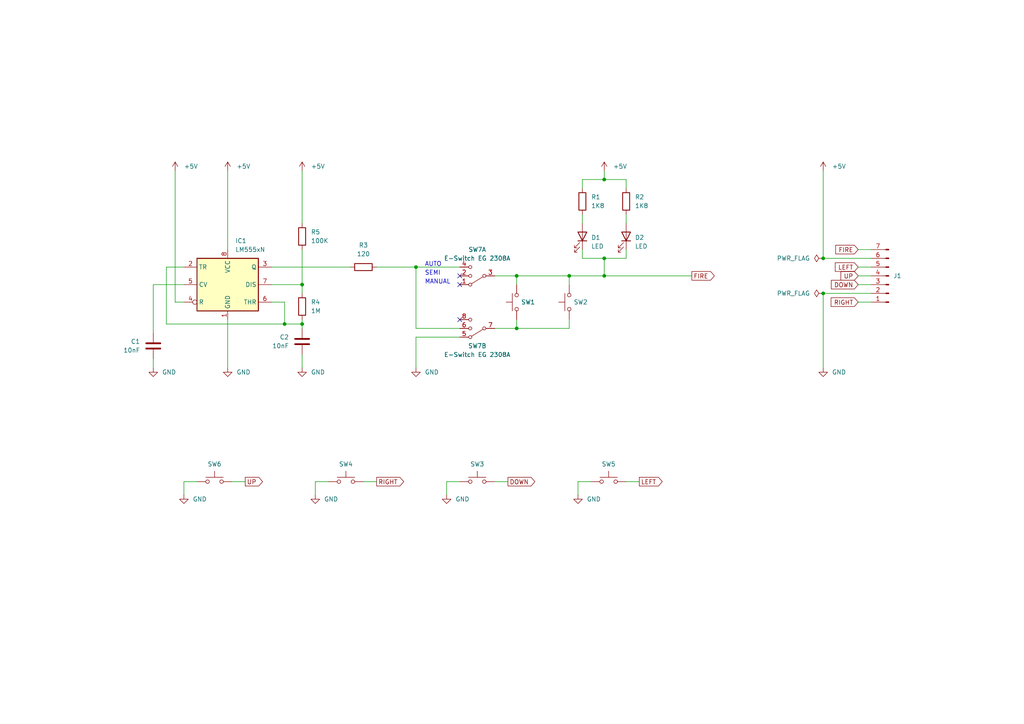
<source format=kicad_sch>
(kicad_sch (version 20230121) (generator eeschema)
  (paper "A4")
  (title_block (title "Competition Pro Star Mini PCB") (date "2023-08-19") (rev "v001") (comment 1 "reverse-engineered in 2023") (comment 2 "creativecommons.org/licenses/by/4.0/") (comment 3 "License: CC BY 4.0") (comment 4 "Author: InsaneDruid"))
  (lib_symbols
    (symbol "Connector:Conn_01x07_Pin" (pin_names (offset 1.016) hide)
      (property "Reference" "J" (at 0 10.16 0))
      (property "Value" "Conn_01x07_Pin" (at 0 -10.16 0))
      (symbol "Conn_01x07_Pin_1_1"
        (polyline (pts (xy 1.27 -7.62) (xy 0.8636 -7.62)) (stroke (width 0.1524)))
        (polyline (pts (xy 1.27 -5.08) (xy 0.8636 -5.08)) (stroke (width 0.1524)))
        (polyline (pts (xy 1.27 -2.54) (xy 0.8636 -2.54)) (stroke (width 0.1524)))
        (polyline (pts (xy 1.27 0) (xy 0.8636 0)) (stroke (width 0.1524)))
        (polyline (pts (xy 1.27 2.54) (xy 0.8636 2.54)) (stroke (width 0.1524)))
        (polyline (pts (xy 1.27 5.08) (xy 0.8636 5.08)) (stroke (width 0.1524)))
        (polyline (pts (xy 1.27 7.62) (xy 0.8636 7.62)) (stroke (width 0.1524)))
        (rectangle (start 0.8636 -7.493) (end 0 -7.747) (stroke (width 0.1524)) (fill (type outline)))
        (rectangle (start 0.8636 -4.953) (end 0 -5.207) (stroke (width 0.1524)) (fill (type outline)))
        (rectangle (start 0.8636 -2.413) (end 0 -2.667) (stroke (width 0.1524)) (fill (type outline)))
        (rectangle (start 0.8636 0.127) (end 0 -0.127) (stroke (width 0.1524)) (fill (type outline)))
        (rectangle (start 0.8636 2.667) (end 0 2.413) (stroke (width 0.1524)) (fill (type outline)))
        (rectangle (start 0.8636 5.207) (end 0 4.953) (stroke (width 0.1524)) (fill (type outline)))
        (rectangle (start 0.8636 7.747) (end 0 7.493) (stroke (width 0.1524)) (fill (type outline)))
        (pin passive line (at 5.08 7.62 180) (length 3.81) (name "Pin_1") (number "1"))
        (pin passive line (at 5.08 5.08 180) (length 3.81) (name "Pin_2") (number "2"))
        (pin passive line (at 5.08 2.54 180) (length 3.81) (name "Pin_3") (number "3"))
        (pin passive line (at 5.08 0 180) (length 3.81) (name "Pin_4") (number "4"))
        (pin passive line (at 5.08 -2.54 180) (length 3.81) (name "Pin_5") (number "5"))
        (pin passive line (at 5.08 -5.08 180) (length 3.81) (name "Pin_6") (number "6"))
        (pin passive line (at 5.08 -7.62 180) (length 3.81) (name "Pin_7") (number "7"))
      )
    )
    (symbol "Device:C" (pin_numbers hide) (pin_names (offset 0.254))
      (property "Reference" "C" (at 0.635 2.54 0))
      (property "Value" "C" (at 0.635 -2.54 0))
      (symbol "C_0_1"
        (polyline (pts (xy -2.032 -0.762) (xy 2.032 -0.762)) (stroke (width 0.508)))
        (polyline (pts (xy -2.032 0.762) (xy 2.032 0.762)) (stroke (width 0.508)))
      )
      (symbol "C_1_1"
        (pin passive line (at 0 3.81 270) (length 2.794) (name "~") (number "1"))
        (pin passive line (at 0 -3.81 90) (length 2.794) (name "~") (number "2"))
      )
    )
    (symbol "Device:LED" (pin_numbers hide) (pin_names (offset 1.016) hide)
      (property "Reference" "D" (at 0 2.54 0))
      (property "Value" "LED" (at 0 -2.54 0))
      (symbol "LED_0_1"
        (polyline (pts (xy -1.27 -1.27) (xy -1.27 1.27)) (stroke (width 0.254)))
        (polyline (pts (xy -1.27 0) (xy 1.27 0)))
        (polyline (pts (xy 1.27 -1.27) (xy 1.27 1.27) (xy -1.27 0) (xy 1.27 -1.27)) (stroke (width 0.254)))
        (polyline (pts (xy -3.048 -0.762) (xy -4.572 -2.286) (xy -3.81 -2.286) (xy -4.572 -2.286) (xy -4.572 -1.524)))
        (polyline (pts (xy -1.778 -0.762) (xy -3.302 -2.286) (xy -2.54 -2.286) (xy -3.302 -2.286) (xy -3.302 -1.524)))
      )
      (symbol "LED_1_1"
        (pin passive line (at -3.81 0 0) (length 2.54) (name "K") (number "1"))
        (pin passive line (at 3.81 0 180) (length 2.54) (name "A") (number "2"))
      )
    )
    (symbol "Device:R" (pin_numbers hide) (pin_names (offset 0))
      (property "Reference" "R" (at 2.032 0 90))
      (property "Value" "R" (at 0 0 90))
      (symbol "R_0_1"
        (rectangle (start -1.016 -2.54) (end 1.016 2.54) (stroke (width 0.254)))
      )
      (symbol "R_1_1"
        (pin passive line (at 0 3.81 270) (length 1.27) (name "~") (number "1"))
        (pin passive line (at 0 -3.81 90) (length 1.27) (name "~") (number "2"))
      )
    )
    (symbol "Switch:SW_DP3T" (pin_names (offset 0) hide)
      (property "Reference" "SW" (at 0 5.08 0))
      (property "Value" "SW_DP3T" (at 0 -5.08 0))
      (symbol "SW_DP3T_0_1"
        (circle (center -2.032 0) (radius 0.4572))
        (polyline (pts (xy -1.651 0.254) (xy 1.651 2.286)))
        (circle (center 2.032 -2.54) (radius 0.4572))
        (circle (center 2.032 0) (radius 0.4572))
        (circle (center 2.032 2.54) (radius 0.4572))
      )
      (symbol "SW_DP3T_1_1"
        (pin passive line (at 5.08 2.54 180) (length 2.54) (name "1") (number "1"))
        (pin passive line (at 5.08 0 180) (length 2.54) (name "2") (number "2"))
        (pin passive line (at -5.08 0 0) (length 2.54) (name "3") (number "3"))
        (pin passive line (at 5.08 -2.54 180) (length 2.54) (name "4") (number "4"))
      )
      (symbol "SW_DP3T_2_1"
        (pin passive line (at 5.08 2.54 180) (length 2.54) (name "5") (number "5"))
        (pin passive line (at 5.08 0 180) (length 2.54) (name "6") (number "6"))
        (pin passive line (at -5.08 0 0) (length 2.54) (name "7") (number "7"))
        (pin passive line (at 5.08 -2.54 180) (length 2.54) (name "8") (number "8"))
      )
    )
    (symbol "Switch:SW_Push" (pin_numbers hide) (pin_names (offset 1.016) hide)
      (property "Reference" "SW" (at 1.27 2.54 0))
      (property "Value" "SW_Push" (at 0 -1.524 0))
      (symbol "SW_Push_0_1"
        (circle (center -2.032 0) (radius 0.508))
        (polyline (pts (xy 0 1.27) (xy 0 3.048)))
        (polyline (pts (xy 2.54 1.27) (xy -2.54 1.27)))
        (circle (center 2.032 0) (radius 0.508))
        (pin passive line (at -5.08 0 0) (length 2.54) (name "1") (number "1"))
        (pin passive line (at 5.08 0 180) (length 2.54) (name "2") (number "2"))
      )
    )
    (symbol "Timer:LM555xN"
      (property "Reference" "U" (at -10.16 8.89 0))
      (property "Value" "LM555xN" (at 2.54 8.89 0))
      (symbol "LM555xN_0_0"
        (pin power_in line (at 0 -10.16 90) (length 2.54) (name "GND") (number "1"))
        (pin power_in line (at 0 10.16 270) (length 2.54) (name "VCC") (number "8"))
      )
      (symbol "LM555xN_0_1"
        (rectangle (start -8.89 -7.62) (end 8.89 7.62) (stroke (width 0.254)) (fill (type background)))
        (rectangle (start -8.89 -7.62) (end 8.89 7.62) (stroke (width 0.254)) (fill (type background)))
      )
      (symbol "LM555xN_1_1"
        (pin input line (at -12.7 5.08 0) (length 3.81) (name "TR") (number "2"))
        (pin output line (at 12.7 5.08 180) (length 3.81) (name "Q") (number "3"))
        (pin input inverted (at -12.7 -5.08 0) (length 3.81) (name "R") (number "4"))
        (pin input line (at -12.7 0 0) (length 3.81) (name "CV") (number "5"))
        (pin input line (at 12.7 -5.08 180) (length 3.81) (name "THR") (number "6"))
        (pin input line (at 12.7 0 180) (length 3.81) (name "DIS") (number "7"))
      )
    )
    (symbol "power:+5V" (power) (pin_names (offset 0))
      (property "Value" "+5V" (at 0 3.556 0))
      (symbol "+5V_0_1"
        (polyline (pts (xy -0.762 1.27) (xy 0 2.54)))
        (polyline (pts (xy 0 0) (xy 0 2.54)))
        (polyline (pts (xy 0 2.54) (xy 0.762 1.27)))
      )
      (symbol "+5V_1_1"
        (pin power_in line (at 0 0 90) (length 0) hide (name "+5V") (number "1"))
      )
    )
    (symbol "power:GND" (power) (pin_names (offset 0))
      (property "Value" "GND" (at 0 -3.81 0))
      (symbol "GND_0_1"
        (polyline (pts (xy 0 0) (xy 0 -1.27) (xy 1.27 -1.27) (xy 0 -2.54) (xy -1.27 -1.27) (xy 0 -1.27)))
      )
      (symbol "GND_1_1"
        (pin power_in line (at 0 0 270) (length 0) hide (name "GND") (number "1"))
      )
    )
    (symbol "power:PWR_FLAG" (power) (pin_numbers hide) (pin_names (offset 0) hide)
      (property "Value" "PWR_FLAG" (at 0 3.81 0))
      (symbol "PWR_FLAG_0_0"
        (pin power_out line (at 0 0 90) (length 0) (name "pwr") (number "1"))
      )
      (symbol "PWR_FLAG_0_1"
        (polyline (pts (xy 0 0) (xy 0 1.27) (xy -1.016 1.905) (xy 0 2.54) (xy 1.016 1.905) (xy 0 1.27)))
      )
    )
  )
  (junction (at 87.63 93.98))
  (junction (at 175.26 52.07))
  (junction (at 238.76 74.93))
  (junction (at 82.55 93.98))
  (junction (at 175.26 74.93))
  (junction (at 149.86 95.25))
  (junction (at 238.76 85.09))
  (junction (at 120.65 77.47))
  (junction (at 175.26 80.01))
  (junction (at 87.63 82.55))
  (junction (at 165.1 80.01))
  (junction (at 149.86 80.01))
  (no_connect (at 133.35 92.71))
  (no_connect (at 133.35 80.01))
  (no_connect (at 133.35 82.55))
  (wire (pts (xy 165.1 95.25) (xy 149.86 95.25)))
  (wire (pts (xy 248.92 82.55) (xy 252.73 82.55)))
  (wire (pts (xy 185.42 139.7) (xy 181.61 139.7)))
  (wire (pts (xy 181.61 74.93) (xy 175.26 74.93)))
  (wire (pts (xy 78.74 87.63) (xy 82.55 87.63)))
  (wire (pts (xy 175.26 80.01) (xy 200.66 80.01)))
  (wire (pts (xy 129.54 139.7) (xy 133.35 139.7)))
  (wire (pts (xy 181.61 72.39) (xy 181.61 74.93)))
  (wire (pts (xy 44.45 104.14) (xy 44.45 106.68)))
  (wire (pts (xy 238.76 49.53) (xy 238.76 74.93)))
  (wire (pts (xy 168.91 72.39) (xy 168.91 74.93)))
  (wire (pts (xy 78.74 82.55) (xy 87.63 82.55)))
  (wire (pts (xy 120.65 97.79) (xy 120.65 106.68)))
  (wire (pts (xy 167.64 139.7) (xy 167.64 143.51)))
  (wire (pts (xy 71.12 139.7) (xy 67.31 139.7)))
  (wire (pts (xy 175.26 49.53) (xy 175.26 52.07)))
  (wire (pts (xy 168.91 62.23) (xy 168.91 64.77)))
  (wire (pts (xy 248.92 80.01) (xy 252.73 80.01)))
  (wire (pts (xy 120.65 95.25) (xy 133.35 95.25)))
  (wire (pts (xy 175.26 80.01) (xy 175.26 74.93)))
  (wire (pts (xy 66.04 49.53) (xy 66.04 72.39)))
  (wire (pts (xy 248.92 87.63) (xy 252.73 87.63)))
  (wire (pts (xy 181.61 52.07) (xy 175.26 52.07)))
  (wire (pts (xy 87.63 92.71) (xy 87.63 93.98)))
  (wire (pts (xy 248.92 77.47) (xy 252.73 77.47)))
  (wire (pts (xy 175.26 74.93) (xy 168.91 74.93)))
  (wire (pts (xy 181.61 62.23) (xy 181.61 64.77)))
  (wire (pts (xy 181.61 52.07) (xy 181.61 54.61)))
  (wire (pts (xy 87.63 72.39) (xy 87.63 82.55)))
  (wire (pts (xy 168.91 52.07) (xy 168.91 54.61)))
  (wire (pts (xy 149.86 80.01) (xy 143.51 80.01)))
  (wire (pts (xy 50.8 49.53) (xy 50.8 87.63)))
  (wire (pts (xy 175.26 52.07) (xy 168.91 52.07)))
  (wire (pts (xy 91.44 139.7) (xy 95.25 139.7)))
  (wire (pts (xy 147.32 139.7) (xy 143.51 139.7)))
  (wire (pts (xy 44.45 82.55) (xy 53.34 82.55)))
  (wire (pts (xy 238.76 106.68) (xy 238.76 85.09)))
  (wire (pts (xy 101.6 77.47) (xy 78.74 77.47)))
  (wire (pts (xy 87.63 49.53) (xy 87.63 64.77)))
  (wire (pts (xy 167.64 139.7) (xy 171.45 139.7)))
  (wire (pts (xy 66.04 92.71) (xy 66.04 106.68)))
  (wire (pts (xy 53.34 139.7) (xy 53.34 143.51)))
  (wire (pts (xy 238.76 85.09) (xy 252.73 85.09)))
  (wire (pts (xy 48.26 77.47) (xy 53.34 77.47)))
  (wire (pts (xy 165.1 92.71) (xy 165.1 95.25)))
  (wire (pts (xy 109.22 139.7) (xy 105.41 139.7)))
  (wire (pts (xy 109.22 77.47) (xy 120.65 77.47)))
  (wire (pts (xy 129.54 139.7) (xy 129.54 143.51)))
  (wire (pts (xy 48.26 77.47) (xy 48.26 93.98)))
  (wire (pts (xy 87.63 93.98) (xy 87.63 95.25)))
  (wire (pts (xy 82.55 87.63) (xy 82.55 93.98)))
  (wire (pts (xy 165.1 80.01) (xy 165.1 82.55)))
  (wire (pts (xy 238.76 74.93) (xy 252.73 74.93)))
  (wire (pts (xy 82.55 93.98) (xy 87.63 93.98)))
  (wire (pts (xy 149.86 92.71) (xy 149.86 95.25)))
  (wire (pts (xy 50.8 87.63) (xy 53.34 87.63)))
  (wire (pts (xy 53.34 139.7) (xy 57.15 139.7)))
  (wire (pts (xy 120.65 77.47) (xy 133.35 77.47)))
  (wire (pts (xy 165.1 80.01) (xy 149.86 80.01)))
  (wire (pts (xy 87.63 82.55) (xy 87.63 85.09)))
  (wire (pts (xy 120.65 97.79) (xy 133.35 97.79)))
  (wire (pts (xy 120.65 77.47) (xy 120.65 95.25)))
  (wire (pts (xy 165.1 80.01) (xy 175.26 80.01)))
  (wire (pts (xy 91.44 139.7) (xy 91.44 143.51)))
  (wire (pts (xy 44.45 82.55) (xy 44.45 96.52)))
  (wire (pts (xy 87.63 106.68) (xy 87.63 102.87)))
  (wire (pts (xy 248.92 72.39) (xy 252.73 72.39)))
  (wire (pts (xy 48.26 93.98) (xy 82.55 93.98)))
  (wire (pts (xy 149.86 95.25) (xy 143.51 95.25)))
  (wire (pts (xy 149.86 80.01) (xy 149.86 82.55)))
  (text "AUTO" (at 123.19 77.47 0) (effects (font (size 1.27 1.27)) (justify left bottom)))
  (text "SEMI" (at 123.19 80.01 0) (effects (font (size 1.27 1.27)) (justify left bottom)))
  (text "MANUAL\n" (at 123.19 82.55 0) (effects (font (size 1.27 1.27)) (justify left bottom)))
  (global_label "UP" (shape output) (at 71.12 139.7 0) (property "Intersheetrefs" "${INTERSHEET_REFS}" (effects hide)))
  (global_label "RIGHT" (shape input) (at 248.92 87.63 180) (property "Intersheetrefs" "${INTERSHEET_REFS}" (effects hide)))
  (global_label "LEFT" (shape output) (at 185.42 139.7 0) (property "Intersheetrefs" "${INTERSHEET_REFS}" (effects hide)))
  (global_label "DOWN" (shape input) (at 248.92 82.55 180) (property "Intersheetrefs" "${INTERSHEET_REFS}" (effects hide)))
  (global_label "LEFT" (shape input) (at 248.92 77.47 180) (property "Intersheetrefs" "${INTERSHEET_REFS}" (effects hide)))
  (global_label "DOWN" (shape output) (at 147.32 139.7 0) (property "Intersheetrefs" "${INTERSHEET_REFS}" (effects hide)))
  (global_label "FIRE" (shape input) (at 248.92 72.39 180) (property "Intersheetrefs" "${INTERSHEET_REFS}" (effects hide)))
  (global_label "RIGHT" (shape output) (at 109.22 139.7 0) (property "Intersheetrefs" "${INTERSHEET_REFS}" (effects hide)))
  (global_label "FIRE" (shape output) (at 200.66 80.01 0) (property "Intersheetrefs" "${INTERSHEET_REFS}" (effects hide)))
  (global_label "UP" (shape input) (at 248.92 80.01 180) (property "Intersheetrefs" "${INTERSHEET_REFS}" (effects hide)))
  (symbol (lib_id "power:+5V") (at 87.63 49.53 0) (mirror y) (unit 1)
    (property "Reference" "#PWR011" (effects hide))
    (property "Value" "+5V" (at 90.17 48.26 0) (effects (justify right)))
  )
  (symbol (lib_id "Device:C") (at 87.63 99.06 0) (mirror x) (unit 1)
    (property "Reference" "C2" (at 83.82 97.79 0) (effects (justify right)))
    (property "Value" "10nF" (at 83.82 100.33 0) (effects (justify right)))
    (property "Footprint" "Capacitor_THT:C_Rect_L4.0mm_W2.5mm_P2.50mm" (effects hide))
  )
  (symbol (lib_id "Connector:Conn_01x07_Pin") (at 257.81 80.01 180) (unit 1) (in_bom no)
    (property "Reference" "J1" (at 259.08 80.01 0) (effects (justify right)))
    (property "Value" "Conn_01x06_Pin" (effects hide))
    (property "Footprint" "competitionProStarMini_lib_fp:PinHeader_1x07_P2.54mm_Vertical" (effects hide))
  )
  (symbol (lib_id "power:GND") (at 53.34 143.51 0) (mirror y) (unit 1)
    (property "Reference" "#PWR07" (effects hide))
    (property "Value" "GND" (at 55.88 144.78 0) (effects (justify right)))
  )
  (symbol (lib_id "power:GND") (at 238.76 106.68 0) (mirror y) (unit 1)
    (property "Reference" "#PWR01" (effects hide))
    (property "Value" "GND" (at 241.3 107.95 0) (effects (justify right)))
  )
  (symbol (lib_id "power:GND") (at 91.44 143.51 0) (mirror y) (unit 1)
    (property "Reference" "#PWR05" (effects hide))
    (property "Value" "GND" (at 93.98 144.78 0) (effects (justify right)))
  )
  (symbol (lib_id "power:+5V") (at 175.26 49.53 0) (unit 1)
    (property "Reference" "#PWR013" (effects hide))
    (property "Value" "+5V" (at 177.8 48.26 0) (effects (justify left)))
  )
  (symbol (lib_id "Switch:SW_Push") (at 100.33 139.7 0) (unit 1)
    (property "Reference" "SW4" (at 100.33 134.62 0))
    (property "Value" "Saia-Burgess_F4T7-UL" (effects hide))
    (property "Footprint" "competitionProStarMini_lib_fp:Saia-Burgess_F4T7-UL_lying" (effects hide))
  )
  (symbol (lib_id "power:GND") (at 120.65 106.68 0) (mirror y) (unit 1)
    (property "Reference" "#PWR03" (effects hide))
    (property "Value" "GND" (at 123.19 107.95 0) (effects (justify right)))
  )
  (symbol (lib_id "Device:R") (at 87.63 88.9 0) (unit 1)
    (property "Reference" "R4" (at 90.17 87.63 0) (effects (justify left)))
    (property "Value" "1M" (at 90.17 90.17 0) (effects (justify left)))
    (property "Footprint" "Resistor_THT:R_Axial_DIN0207_L6.3mm_D2.5mm_P10.16mm_Horizontal" (effects hide))
  )
  (symbol (lib_id "Switch:SW_DP3T") (at 138.43 80.01 180) (unit 1)
    (property "Reference" "SW7" (at 138.43 72.39 0))
    (property "Value" "E-Switch EG 2308A" (at 138.43 74.93 0))
    (property "Footprint" "competitionProStarMini_lib_fp:EG2308" (effects hide))
  )
  (symbol (lib_id "power:+5V") (at 66.04 49.53 0) (unit 1)
    (property "Reference" "#PWR08" (effects hide))
    (property "Value" "+5V" (at 68.58 48.26 0) (effects (justify left)))
  )
  (symbol (lib_id "Device:LED") (at 181.61 68.58 270) (mirror x) (unit 1)
    (property "Reference" "D2" (at 184.15 68.8975 90) (effects (justify left)))
    (property "Value" "LED" (at 184.15 71.4375 90) (effects (justify left)))
    (property "Footprint" "LED_THT:LED_D3.0mm" (effects hide))
  )
  (symbol (lib_id "Switch:SW_Push") (at 165.1 87.63 90) (unit 1)
    (property "Reference" "SW2" (at 166.37 87.63 90) (effects (justify right)))
    (property "Value" "Saia-Burgess_F4T7-UL" (effects hide))
    (property "Footprint" "competitionProStarMini_lib_fp:Saia-Burgess_F4T7-UL" (effects hide))
  )
  (symbol (lib_id "Device:R") (at 105.41 77.47 90) (unit 1)
    (property "Reference" "R3" (at 105.41 71.12 90))
    (property "Value" "120" (at 105.41 73.66 90))
    (property "Footprint" "Resistor_THT:R_Axial_DIN0207_L6.3mm_D2.5mm_P10.16mm_Horizontal" (effects hide))
  )
  (symbol (lib_id "Timer:LM555xN") (at 66.04 82.55 0) (unit 1)
    (property "Reference" "IC1" (at 68.2341 69.85 0) (effects (justify left)))
    (property "Value" "LM555xN" (at 68.2341 72.39 0) (effects (justify left)))
    (property "Footprint" "Package_DIP:DIP-8_W7.62mm_LongPads" (effects hide))
    (property "Datasheet" "http://www.ti.com/lit/ds/symlink/lm555.pdf" (effects hide))
  )
  (symbol (lib_id "Device:R") (at 87.63 68.58 0) (unit 1)
    (property "Reference" "R5" (at 90.17 67.31 0) (effects (justify left)))
    (property "Value" "100K" (at 90.17 69.85 0) (effects (justify left)))
    (property "Footprint" "Resistor_THT:R_Axial_DIN0207_L6.3mm_D2.5mm_P10.16mm_Horizontal" (effects hide))
  )
  (symbol (lib_id "power:GND") (at 167.64 143.51 0) (mirror y) (unit 1)
    (property "Reference" "#PWR04" (effects hide))
    (property "Value" "GND" (at 170.18 144.78 0) (effects (justify right)))
  )
  (symbol (lib_id "Switch:SW_Push") (at 62.23 139.7 0) (mirror y) (unit 1)
    (property "Reference" "SW6" (at 62.23 134.62 0))
    (property "Value" "Saia-Burgess_F4T7-UL" (effects hide))
    (property "Footprint" "competitionProStarMini_lib_fp:Saia-Burgess_F4T7-UL_lying" (effects hide))
  )
  (symbol (lib_id "power:GND") (at 129.54 143.51 0) (mirror y) (unit 1)
    (property "Reference" "#PWR06" (effects hide))
    (property "Value" "GND" (at 132.08 144.78 0) (effects (justify right)))
  )
  (symbol (lib_id "power:+5V") (at 50.8 49.53 0) (unit 1)
    (property "Reference" "#PWR014" (effects hide))
    (property "Value" "+5V" (at 53.34 48.26 0) (effects (justify left)))
  )
  (symbol (lib_id "power:GND") (at 87.63 106.68 0) (unit 1)
    (property "Reference" "#PWR012" (effects hide))
    (property "Value" "GND" (at 90.17 107.95 0) (effects (justify left)))
  )
  (symbol (lib_id "power:PWR_FLAG") (at 238.76 74.93 90) (unit 1)
    (property "Reference" "#FLG01" (effects hide))
    (property "Value" "PWR_FLAG" (at 234.95 74.93 90) (effects (justify left)))
  )
  (symbol (lib_id "Device:C") (at 44.45 100.33 0) (mirror x) (unit 1)
    (property "Reference" "C1" (at 40.64 99.06 0) (effects (justify right)))
    (property "Value" "10nF" (at 40.64 101.6 0) (effects (justify right)))
    (property "Footprint" "Capacitor_THT:C_Disc_D3.0mm_W1.6mm_P2.50mm" (effects hide))
  )
  (symbol (lib_id "Switch:SW_DP3T") (at 138.43 95.25 180) (unit 2)
    (property "Reference" "SW7" (at 138.43 100.33 0))
    (property "Value" "E-Switch EG 2308A" (at 138.43 102.87 0))
    (property "Footprint" "competitionProStarMini_lib_fp:EG2308" (effects hide))
  )
  (symbol (lib_id "Switch:SW_Push") (at 138.43 139.7 0) (unit 1)
    (property "Reference" "SW3" (at 138.43 134.62 0))
    (property "Value" "Saia-Burgess_F4T7-UL" (effects hide))
    (property "Footprint" "competitionProStarMini_lib_fp:Saia-Burgess_F4T7-UL_lying" (effects hide))
  )
  (symbol (lib_id "Device:LED") (at 168.91 68.58 270) (mirror x) (unit 1)
    (property "Reference" "D1" (at 171.45 68.8975 90) (effects (justify left)))
    (property "Value" "LED" (at 171.45 71.4375 90) (effects (justify left)))
    (property "Footprint" "LED_THT:LED_D3.0mm" (effects hide))
  )
  (symbol (lib_id "Device:R") (at 168.91 58.42 0) (unit 1)
    (property "Reference" "R1" (at 171.45 57.15 0) (effects (justify left)))
    (property "Value" "1K8" (at 171.45 59.69 0) (effects (justify left)))
    (property "Footprint" "Resistor_THT:R_Axial_DIN0207_L6.3mm_D2.5mm_P10.16mm_Horizontal" (effects hide))
  )
  (symbol (lib_id "Switch:SW_Push") (at 149.86 87.63 90) (unit 1)
    (property "Reference" "SW1" (at 151.13 87.63 90) (effects (justify right)))
    (property "Value" "Saia-Burgess_F4T7-UL" (effects hide))
    (property "Footprint" "competitionProStarMini_lib_fp:Saia-Burgess_F4T7-UL" (effects hide))
  )
  (symbol (lib_id "Switch:SW_Push") (at 176.53 139.7 0) (unit 1)
    (property "Reference" "SW5" (at 176.53 134.62 0))
    (property "Value" "Saia-Burgess_F4T7-UL" (effects hide))
    (property "Footprint" "competitionProStarMini_lib_fp:Saia-Burgess_F4T7-UL_lying" (effects hide))
  )
  (symbol (lib_id "power:GND") (at 66.04 106.68 0) (unit 1)
    (property "Reference" "#PWR09" (effects hide))
    (property "Value" "GND" (at 68.58 107.95 0) (effects (justify left)))
  )
  (symbol (lib_id "power:PWR_FLAG") (at 238.76 85.09 90) (unit 1)
    (property "Reference" "#FLG02" (effects hide))
    (property "Value" "PWR_FLAG" (at 234.95 85.09 90) (effects (justify left)))
  )
  (symbol (lib_id "power:+5V") (at 238.76 49.53 0) (unit 1)
    (property "Reference" "#PWR010" (effects hide))
    (property "Value" "+5V" (at 241.3 48.26 0) (effects (justify left)))
  )
  (symbol (lib_id "power:GND") (at 44.45 106.68 0) (unit 1)
    (property "Reference" "#PWR02" (effects hide))
    (property "Value" "GND" (at 46.99 107.95 0) (effects (justify left)))
  )
  (symbol (lib_id "Device:R") (at 181.61 58.42 0) (unit 1)
    (property "Reference" "R2" (at 184.15 57.15 0) (effects (justify left)))
    (property "Value" "1K8" (at 184.15 59.69 0) (effects (justify left)))
    (property "Footprint" "Resistor_THT:R_Axial_DIN0207_L6.3mm_D2.5mm_P10.16mm_Horizontal" (effects hide))
  )
)
</source>
